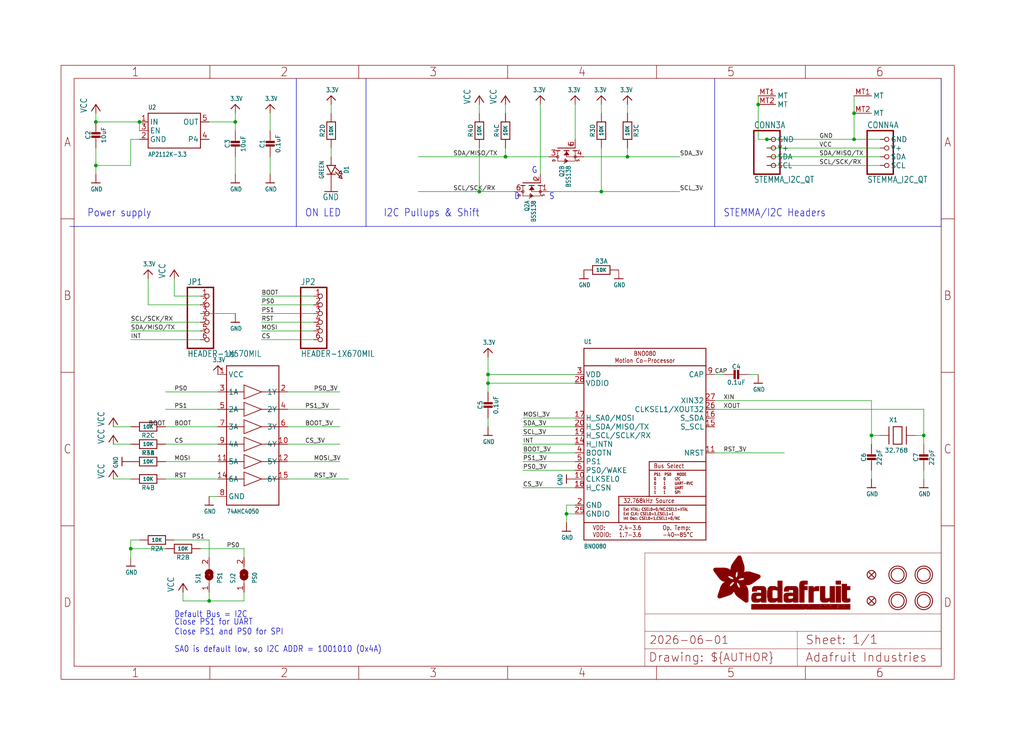
<source format=kicad_sch>
(kicad_sch (version 20250114) (generator "eeschema") (generator_version "9.0")
  (paper "User" 298.45 217.322)
  (lib_symbols
    (symbol "imu-eagle-import:3.3V" (power)
      (symbol "3.3V_1_0"
        (pin power_in line (at 0 -2.54 90) (length 2.54) (name "3.3V") (number "1"))
      )
    )
    (symbol "imu-eagle-import:74HC4050DTSSOP"
      (property "Reference" "U" (at -7.62 22.86 0))
      (symbol "74HC4050DTSSOP_1_0"
        (pin bidirectional line (at -10.16 17.78 0) (length 2.54) (name "VCC") (number "1"))
        (pin bidirectional line (at -10.16 12.7 0) (length 2.54) (name "1A") (number "3"))
        (pin bidirectional line (at -10.16 7.62 0) (length 2.54) (name "2A") (number "5"))
        (pin bidirectional line (at -10.16 2.54 0) (length 2.54) (name "3A") (number "7"))
        (pin bidirectional line (at -10.16 -2.54 0) (length 2.54) (name "4A") (number "9"))
        (pin bidirectional line (at -10.16 -7.62 0) (length 2.54) (name "5A") (number "11"))
        (pin bidirectional line (at -10.16 -12.7 0) (length 2.54) (name "6A") (number "14"))
        (pin bidirectional line (at -10.16 -17.78 0) (length 2.54) (name "GND") (number "8"))
        (pin bidirectional line (at 10.16 12.7 180) (length 2.54) (name "1Y") (number "2"))
        (pin bidirectional line (at 10.16 7.62 180) (length 2.54) (name "2Y") (number "4"))
        (pin bidirectional line (at 10.16 2.54 180) (length 2.54) (name "3Y") (number "6"))
        (pin bidirectional line (at 10.16 -2.54 180) (length 2.54) (name "4Y") (number "10"))
        (pin bidirectional line (at 10.16 -7.62 180) (length 2.54) (name "5Y") (number "12"))
        (pin bidirectional line (at 10.16 -12.7 180) (length 2.54) (name "6Y") (number "15"))
      )
    )
    (symbol "imu-eagle-import:BNO080"
      (property "Reference" "U" (at -17.78 29.21 0))
      (symbol "BNO080_1_0"
        (text "VDD:\nVDDIO:" (at -15.24 -25.4 0) (effects (font (size 1.27 1.0795)) (justify left)))
        (text "2.4-3.6\n1.7-3.6" (at -7.62 -25.4 0) (effects (font (size 1.27 1.0795)) (justify left)))
        (text "32.768kHz Source" (at -6.35 -16.51 0) (effects (font (size 1.27 1.0795)) (justify left)))
        (text "Ext XTAL: CSEL0=0/NC,CSEL1=XTAL\nExt CLK: CSEL0=1,CSEL1=1\nInt Osc: CSEL0=1,CSEL1=0/NC" (at -6.35 -20.32 0) (effects (font (size 0.8128 0.6908)) (justify left)))
        (text "BNO080\nMotion Co-Processor" (at 0 25.4 0) (effects (font (size 1.27 1.0795))))
        (text "Bus Select" (at 2.54 -6.35 0) (effects (font (size 1.27 1.0795)) (justify left)))
        (text "PS1  PS0   MODE\n0    0     I2C\n0    1     UART-RVC\n1    0     UART\n1    1     SPI" (at 2.54 -11.43 0) (effects (font (size 0.8128 0.6908)) (justify left)))
        (text "Op. Temp:\n-40~~85°C" (at 5.08 -25.4 0) (effects (font (size 1.27 1.0795)) (justify left)))
        (pin power_in line (at -20.32 20.32 0) (length 2.54) (name "VDD") (number "3"))
        (pin power_in line (at -20.32 17.78 0) (length 2.54) (name "VDDIO") (number "28"))
        (pin output line (at -20.32 7.62 0) (length 2.54) (name "H_SA0/MOSI") (number "17"))
        (pin bidirectional line (at -20.32 5.08 0) (length 2.54) (name "H_SDA/MISO/TX") (number "20"))
        (pin bidirectional line (at -20.32 2.54 0) (length 2.54) (name "H_SCL/SCLK/RX") (number "19"))
        (pin output line (at -20.32 0 0) (length 2.54) (name "H_INTN") (number "14"))
        (pin input line (at -20.32 -2.54 0) (length 2.54) (name "BOOTN") (number "4"))
        (pin input line (at -20.32 -5.08 0) (length 2.54) (name "PS1") (number "5"))
        (pin input line (at -20.32 -7.62 0) (length 2.54) (name "PS0/WAKE") (number "6"))
        (pin input line (at -20.32 -10.16 0) (length 2.54) (name "CLKSEL0") (number "10"))
        (pin input line (at -20.32 -12.7 0) (length 2.54) (name "H_CSN") (number "18"))
        (pin power_in line (at -20.32 -17.78 0) (length 2.54) (name "GND") (number "2"))
        (pin power_in line (at -20.32 -20.32 0) (length 2.54) (name "GNDIO") (number "25"))
        (pin passive line (at 20.32 20.32 180) (length 2.54) (name "CAP") (number "9"))
        (pin input line (at 20.32 12.7 180) (length 2.54) (name "XIN32") (number "27"))
        (pin output line (at 20.32 10.16 180) (length 2.54) (name "CLKSEL1/XOUT32") (number "26"))
        (pin bidirectional line (at 20.32 7.62 180) (length 2.54) (name "S_SDA") (number "16"))
        (pin bidirectional line (at 20.32 5.08 180) (length 2.54) (name "S_SCL") (number "15"))
        (pin input line (at 20.32 -2.54 180) (length 2.54) (name "NRST") (number "11"))
      )
    )
    (symbol "imu-eagle-import:CAP_CERAMIC0603_NO"
      (property "Reference" "C" (at -2.29 1.25 90))
      (symbol "CAP_CERAMIC0603_NO_1_0"
        (pin passive line (at 0 5.08 270) (length 2.54) (name "1") (number "1"))
        (pin passive line (at 0 -2.54 90) (length 2.54) (name "2") (number "2"))
      )
    )
    (symbol "imu-eagle-import:CAP_CERAMIC0805-NOOUTLINE"
      (property "Reference" "C" (at -2.29 1.25 90))
      (symbol "CAP_CERAMIC0805-NOOUTLINE_1_0"
        (pin passive line (at 0 5.08 270) (length 2.54) (name "1") (number "1"))
        (pin passive line (at 0 -2.54 90) (length 2.54) (name "2") (number "2"))
      )
    )
    (symbol "imu-eagle-import:FIDUCIAL_1MM")
    (symbol "imu-eagle-import:FRAME_A4_ADAFRUIT"
      (symbol "FRAME_A4_ADAFRUIT_1_0"
        (text "A" (at 1.905 156.6863 0) (effects (font (size 2.54 2.286))))
        (text "B" (at 1.905 111.9188 0) (effects (font (size 2.54 2.286))))
        (text "C" (at 1.905 67.1513 0) (effects (font (size 2.54 2.286))))
        (text "D" (at 1.905 22.3838 0) (effects (font (size 2.54 2.286))))
        (text "1" (at 21.6958 177.165 0) (effects (font (size 2.54 2.286))))
        (text "1" (at 21.6958 1.905 0) (effects (font (size 2.54 2.286))))
        (text "2" (at 65.0875 177.165 0) (effects (font (size 2.54 2.286))))
        (text "2" (at 65.0875 1.905 0) (effects (font (size 2.54 2.286))))
        (text "3" (at 108.4792 177.165 0) (effects (font (size 2.54 2.286))))
        (text "3" (at 108.4792 1.905 0) (effects (font (size 2.54 2.286))))
        (text "4" (at 151.8708 177.165 0) (effects (font (size 2.54 2.286))))
        (text "4" (at 151.8708 1.905 0) (effects (font (size 2.54 2.286))))
        (text "Drawing:" (at 171.196 4.953 0) (effects (font (size 2.54 2.54)) (justify left bottom)))
        (text "${PROJECTNAME}" (at 171.45 15.24 0) (effects (font (size 2.54 2.54)) (justify left bottom)))
        (text "${CURRENT_DATE}" (at 171.45 10.16 0) (effects (font (size 2.286 2.286)) (justify left bottom)))
        (text "${AUTHOR}" (at 189.23 5.08 0) (effects (font (size 2.286 2.286)) (justify left bottom)))
        (text "5" (at 195.2625 177.165 0) (effects (font (size 2.54 2.286))))
        (text "5" (at 195.2625 1.905 0) (effects (font (size 2.54 2.286))))
        (text "Sheet:" (at 216.916 10.033 0) (effects (font (size 2.54 2.54)) (justify left bottom)))
        (text "Adafruit Industries" (at 216.916 4.953 0) (effects (font (size 2.54 2.54)) (justify left bottom)))
        (text "${#}/${##}" (at 230.505 10.16 0) (effects (font (size 2.54 2.54)) (justify left bottom)))
        (text "6" (at 238.6542 177.165 0) (effects (font (size 2.54 2.286))))
        (text "6" (at 238.6542 1.905 0) (effects (font (size 2.54 2.286))))
        (text "A" (at 258.445 156.6863 0) (effects (font (size 2.54 2.286))))
        (text "B" (at 258.445 111.9188 0) (effects (font (size 2.54 2.286))))
        (text "C" (at 258.445 67.1513 0) (effects (font (size 2.54 2.286))))
        (text "D" (at 258.445 22.3838 0) (effects (font (size 2.54 2.286))))
      )
    )
    (symbol "imu-eagle-import:GND" (power)
      (symbol "GND_1_0"
        (pin power_in line (at 0 2.54 270) (length 2.54) (name "GND") (number "1"))
      )
    )
    (symbol "imu-eagle-import:HEADER-1X670MIL"
      (property "Reference" "JP" (at -6.35 10.795 0))
      (symbol "HEADER-1X670MIL_1_0"
        (pin passive inverted (at -2.54 7.62 0) (length 2.54) (name "1") (number "1"))
        (pin passive inverted (at -2.54 5.08 0) (length 2.54) (name "2") (number "2"))
        (pin passive inverted (at -2.54 2.54 0) (length 2.54) (name "3") (number "3"))
        (pin passive inverted (at -2.54 0 0) (length 2.54) (name "4") (number "4"))
        (pin passive inverted (at -2.54 -2.54 0) (length 2.54) (name "5") (number "5"))
        (pin passive inverted (at -2.54 -5.08 0) (length 2.54) (name "6") (number "6"))
      )
    )
    (symbol "imu-eagle-import:LED0603_NOOUTLINE"
      (property "Reference" "D" (at -1.27 4.445 0))
      (symbol "LED0603_NOOUTLINE_1_0"
        (pin passive line (at -5.08 0 0) (length 2.54) (name "A") (number "A"))
        (pin passive line (at 2.54 0 180) (length 2.54) (name "C") (number "C"))
      )
    )
    (symbol "imu-eagle-import:MOSFET-N_DUAL"
      (property "Reference" "Q" (at 5.08 0.635 0))
      (symbol "MOSFET-N_DUAL_1_0"
        (text "G" (at -1.27 -1.905 0) (effects (font (size 0.8128 0.6908)) (justify left bottom)))
        (text "D" (at 3.175 3.175 0) (effects (font (size 0.8128 0.6908)) (justify left bottom)))
        (text "S" (at 3.175 -3.81 0) (effects (font (size 0.8128 0.6908)) (justify left bottom)))
        (pin bidirectional line (at -2.54 -2.54 0) (length 2.54) (name "G") (number "2"))
        (pin bidirectional line (at 2.54 5.08 270) (length 2.54) (name "D") (number "6"))
        (pin bidirectional line (at 2.54 -5.08 90) (length 2.54) (name "S") (number "1"))
      )
      (symbol "MOSFET-N_DUAL_2_0"
        (text "G" (at -1.27 -1.905 0) (effects (font (size 0.8128 0.6908)) (justify left bottom)))
        (text "D" (at 3.175 3.175 0) (effects (font (size 0.8128 0.6908)) (justify left bottom)))
        (text "S" (at 3.175 -3.81 0) (effects (font (size 0.8128 0.6908)) (justify left bottom)))
        (pin bidirectional line (at -2.54 -2.54 0) (length 2.54) (name "G") (number "5"))
        (pin bidirectional line (at 2.54 5.08 270) (length 2.54) (name "D") (number "3"))
        (pin bidirectional line (at 2.54 -5.08 90) (length 2.54) (name "S") (number "4"))
      )
    )
    (symbol "imu-eagle-import:MOUNTINGHOLE2.5")
    (symbol "imu-eagle-import:RESISTOR_4PACK"
      (property "Reference" "R" (at 0 2.54 0))
      (symbol "RESISTOR_4PACK_1_0"
        (pin passive line (at -5.08 0 0) (length 2.54) (name "1") (number "1"))
        (pin passive line (at 5.08 0 180) (length 2.54) (name "2") (number "8"))
      )
      (symbol "RESISTOR_4PACK_2_0"
        (pin passive line (at -5.08 0 0) (length 2.54) (name "1") (number "2"))
        (pin passive line (at 5.08 0 180) (length 2.54) (name "2") (number "7"))
      )
      (symbol "RESISTOR_4PACK_3_0"
        (pin passive line (at -5.08 0 0) (length 2.54) (name "1") (number "3"))
        (pin passive line (at 5.08 0 180) (length 2.54) (name "2") (number "6"))
      )
      (symbol "RESISTOR_4PACK_4_0"
        (pin passive line (at -5.08 0 0) (length 2.54) (name "1") (number "4"))
        (pin passive line (at 5.08 0 180) (length 2.54) (name "2") (number "5"))
      )
    )
    (symbol "imu-eagle-import:SOLDERJUMPER"
      (property "Reference" "SJ" (at -2.54 2.54 0))
      (symbol "SOLDERJUMPER_1_0"
        (pin passive line (at -5.08 0 0) (length 2.54) (name "1") (number "1"))
        (pin passive line (at 5.08 0 180) (length 2.54) (name "2") (number "2"))
      )
    )
    (symbol "imu-eagle-import:STEMMA_I2C_QT"
      (symbol "STEMMA_I2C_QT_1_0"
        (pin passive inverted (at 0 5.08 0) (length 2.54) (name "GND") (number "1"))
        (pin passive inverted (at 0 2.54 0) (length 2.54) (name "V+") (number "2"))
        (pin passive inverted (at 0 0 0) (length 2.54) (name "SDA") (number "3"))
        (pin passive inverted (at 0 -2.54 0) (length 2.54) (name "SCL") (number "4"))
      )
      (symbol "STEMMA_I2C_QT_2_0"
        (pin bidirectional line (at 0 0 0) (length 5.08) (name "MT") (number "MT1"))
      )
      (symbol "STEMMA_I2C_QT_3_0"
        (pin bidirectional line (at 0 0 0) (length 5.08) (name "MT") (number "MT2"))
      )
    )
    (symbol "imu-eagle-import:VCC" (power)
      (symbol "VCC_1_0"
        (pin power_in line (at 0 -2.54 90) (length 2.54) (name "VCC") (number "1"))
      )
    )
    (symbol "imu-eagle-import:VREG_SOT23-5"
      (property "Reference" "U" (at -7.62 6.096 0))
      (symbol "VREG_SOT23-5_1_0"
        (pin power_in line (at -10.16 2.54 0) (length 2.54) (name "IN") (number "1"))
        (pin input line (at -10.16 0 0) (length 2.54) (name "EN") (number "3"))
        (pin power_in line (at -10.16 -2.54 0) (length 2.54) (name "GND") (number "2"))
        (pin power_in line (at 10.16 2.54 180) (length 2.54) (name "OUT") (number "5"))
        (pin bidirectional line (at 10.16 -2.54 180) (length 2.54) (name "P4") (number "4"))
      )
    )
    (symbol "imu-eagle-import:XTAL-3.2X1.5"
      (property "Reference" "X" (at -2.54 3.81 0))
      (symbol "XTAL-3.2X1.5_1_0"
        (pin bidirectional line (at -5.08 0 0) (length 2.54) (name "P$1") (number "P$1"))
        (pin bidirectional line (at 5.08 0 180) (length 2.54) (name "P$2") (number "P$2"))
      )
    )
    (symbol "imu-eagle-import:supply1_371_GND" (power)
      (symbol "supply1_371_GND_1_0"
        (pin power_in line (at 0 2.54 270) (length 2.54) (name "GND") (number "1"))
      )
    )
  )
  (text "SA0 is default low, so I2C ADDR = 1001010 (0x4A)" (at 50.8 190.5 0) (effects (font (size 1.778 1.5113)) (justify left bottom)))
  (text "G" (at 154.94 50.8 0) (effects (font (size 1.778 1.5113)) (justify left bottom)))
  (text "Default Bus = I2C" (at 50.8 180.34 0) (effects (font (size 1.778 1.5113)) (justify left bottom)))
  (text "STEMMA/I2C Headers" (at 210.82 63.5 0) (effects (font (size 2.1844 1.8567)) (justify left bottom)))
  (text "I2C Pullups & Shift" (at 111.76 63.5 0) (effects (font (size 2.1844 1.8567)) (justify left bottom)))
  (text "Power supply" (at 25.4 63.5 0) (effects (font (size 2.1844 1.8567)) (justify left bottom)))
  (text "S" (at 160.02 58.42 0) (effects (font (size 1.778 1.5113)) (justify left bottom)))
  (text "ON LED" (at 88.9 63.5 0) (effects (font (size 2.1844 1.8567)) (justify left bottom)))
  (text "D" (at 149.86 58.42 0) (effects (font (size 1.778 1.5113)) (justify left bottom)))
  (text "Close PS1 for UART\nClose PS1 and PS0 for SPI" (at 50.8 185.42 0) (effects (font (size 1.778 1.5113)) (justify left bottom)))
  (junction (at 254 127))
  (junction (at 182.88 45.72))
  (junction (at 142.24 109.22))
  (junction (at 60.96 175.26))
  (junction (at 165.1 149.86))
  (junction (at 142.24 111.76))
  (junction (at 147.32 45.72))
  (junction (at 223.52 40.64))
  (junction (at 220.98 30.48))
  (junction (at 269.24 127))
  (junction (at 175.26 55.88))
  (junction (at 40.64 35.56))
  (junction (at 248.92 40.64))
  (junction (at 139.7 55.88))
  (junction (at 248.92 33.02))
  (junction (at 27.94 48.26))
  (junction (at 38.1 160.02))
  (junction (at 68.58 35.56))
  (junction (at 27.94 35.56))
  (wire (pts (xy 27.94 48.26) (xy 27.94 50.8)) (stroke (width 0.1524)))
  (wire (pts (xy 58.42 86.36) (xy 50.8 86.36)) (stroke (width 0.1524)))
  (wire (pts (xy 63.5 134.62) (xy 48.26 134.62)) (stroke (width 0.1524)))
  (wire (pts (xy 60.96 175.26) (xy 53.34 175.26)) (stroke (width 0.1524)))
  (wire (pts (xy 58.42 88.9) (xy 43.18 88.9)) (stroke (width 0.1524)))
  (wire (pts (xy 160.02 45.72) (xy 147.32 45.72)) (stroke (width 0.1524)))
  (wire (pts (xy 269.24 119.38) (xy 269.24 127)) (stroke (width 0.1524)))
  (wire (pts (xy 175.26 33.02) (xy 175.26 30.48)) (stroke (width 0.1524)))
  (wire (pts (xy 256.54 127) (xy 254 127)) (stroke (width 0.1524)))
  (polyline (pts (xy 86.36 22.86) (xy 86.36 66.04)) (stroke (width 0.1524) (type solid)))
  (wire (pts (xy 208.28 109.22) (xy 210.82 109.22)) (stroke (width 0.1524)))
  (wire (pts (xy 220.98 27.94) (xy 220.98 30.48)) (stroke (width 0.1524)))
  (wire (pts (xy 139.7 43.18) (xy 139.7 55.88)) (stroke (width 0.1524)))
  (wire (pts (xy 142.24 114.3) (xy 142.24 111.76)) (stroke (width 0.1524)))
  (wire (pts (xy 142.24 121.92) (xy 142.24 124.46)) (stroke (width 0.1524)))
  (wire (pts (xy 182.88 45.72) (xy 198.12 45.72)) (stroke (width 0.1524)))
  (wire (pts (xy 38.1 157.48) (xy 40.64 157.48)) (stroke (width 0.1524)))
  (wire (pts (xy 167.64 142.24) (xy 152.4 142.24)) (stroke (width 0.1524)))
  (wire (pts (xy 208.28 119.38) (xy 269.24 119.38)) (stroke (width 0.1524)))
  (wire (pts (xy 167.64 147.32) (xy 165.1 147.32)) (stroke (width 0.1524)))
  (wire (pts (xy 269.24 127) (xy 269.24 129.54)) (stroke (width 0.1524)))
  (wire (pts (xy 48.26 160.02) (xy 38.1 160.02)) (stroke (width 0.1524)))
  (wire (pts (xy 157.48 50.8) (xy 157.48 30.48)) (stroke (width 0.1524)))
  (wire (pts (xy 63.5 144.78) (xy 60.96 144.78)) (stroke (width 0.1524)))
  (wire (pts (xy 167.64 111.76) (xy 142.24 111.76)) (stroke (width 0.1524)))
  (wire (pts (xy 167.64 40.64) (xy 167.64 30.48)) (stroke (width 0.1524)))
  (wire (pts (xy 68.58 45.72) (xy 68.58 50.8)) (stroke (width 0.1524)))
  (wire (pts (xy 63.5 119.38) (xy 48.26 119.38)) (stroke (width 0.1524)))
  (wire (pts (xy 91.44 88.9) (xy 76.2 88.9)) (stroke (width 0.1524)))
  (wire (pts (xy 48.26 139.7) (xy 63.5 139.7)) (stroke (width 0.1524)))
  (wire (pts (xy 182.88 33.02) (xy 182.88 30.48)) (stroke (width 0.1524)))
  (wire (pts (xy 91.44 93.98) (xy 76.2 93.98)) (stroke (width 0.1524)))
  (wire (pts (xy 38.1 160.02) (xy 38.1 162.56)) (stroke (width 0.1524)))
  (wire (pts (xy 269.24 137.16) (xy 269.24 139.7)) (stroke (width 0.1524)))
  (wire (pts (xy 208.28 116.84) (xy 254 116.84)) (stroke (width 0.1524)))
  (wire (pts (xy 71.12 160.02) (xy 71.12 162.56)) (stroke (width 0.1524)))
  (wire (pts (xy 68.58 35.56) (xy 68.58 38.1)) (stroke (width 0.1524)))
  (wire (pts (xy 40.64 35.56) (xy 27.94 35.56)) (stroke (width 0.1524)))
  (wire (pts (xy 165.1 147.32) (xy 165.1 149.86)) (stroke (width 0.1524)))
  (wire (pts (xy 266.7 127) (xy 269.24 127)) (stroke (width 0.1524)))
  (wire (pts (xy 58.42 93.98) (xy 38.1 93.98)) (stroke (width 0.1524)))
  (wire (pts (xy 43.18 88.9) (xy 43.18 81.28)) (stroke (width 0.1524)))
  (wire (pts (xy 248.92 27.94) (xy 248.92 33.02)) (stroke (width 0.1524)))
  (wire (pts (xy 50.8 86.36) (xy 50.8 81.28)) (stroke (width 0.1524)))
  (wire (pts (xy 60.96 157.48) (xy 60.96 162.56)) (stroke (width 0.1524)))
  (polyline (pts (xy 208.28 66.04) (xy 274.32 66.04)) (stroke (width 0.1524) (type solid)))
  (wire (pts (xy 208.28 132.08) (xy 228.6 132.08)) (stroke (width 0.1524)))
  (wire (pts (xy 83.82 134.62) (xy 99.06 134.62)) (stroke (width 0.1524)))
  (wire (pts (xy 175.26 43.18) (xy 175.26 55.88)) (stroke (width 0.1524)))
  (wire (pts (xy 71.12 172.72) (xy 71.12 175.26)) (stroke (width 0.1524)))
  (wire (pts (xy 99.06 119.38) (xy 83.82 119.38)) (stroke (width 0.1524)))
  (wire (pts (xy 91.44 99.06) (xy 76.2 99.06)) (stroke (width 0.1524)))
  (wire (pts (xy 40.64 40.64) (xy 38.1 40.64)) (stroke (width 0.1524)))
  (wire (pts (xy 165.1 149.86) (xy 165.1 152.4)) (stroke (width 0.1524)))
  (wire (pts (xy 175.26 55.88) (xy 198.12 55.88)) (stroke (width 0.1524)))
  (wire (pts (xy 63.5 124.46) (xy 48.26 124.46)) (stroke (width 0.1524)))
  (wire (pts (xy 167.64 132.08) (xy 152.4 132.08)) (stroke (width 0.1524)))
  (polyline (pts (xy 86.36 66.04) (xy 106.68 66.04)) (stroke (width 0.1524) (type solid)))
  (wire (pts (xy 147.32 33.02) (xy 147.32 30.48)) (stroke (width 0.1524)))
  (wire (pts (xy 58.42 160.02) (xy 71.12 160.02)) (stroke (width 0.1524)))
  (wire (pts (xy 167.64 134.62) (xy 152.4 134.62)) (stroke (width 0.1524)))
  (wire (pts (xy 27.94 33.02) (xy 27.94 35.56)) (stroke (width 0.1524)))
  (wire (pts (xy 91.44 96.52) (xy 76.2 96.52)) (stroke (width 0.1524)))
  (wire (pts (xy 170.18 45.72) (xy 182.88 45.72)) (stroke (width 0.1524)))
  (wire (pts (xy 48.26 129.54) (xy 63.5 129.54)) (stroke (width 0.1524)))
  (polyline (pts (xy 106.68 66.04) (xy 208.28 66.04)) (stroke (width 0.1524) (type solid)))
  (wire (pts (xy 50.8 157.48) (xy 60.96 157.48)) (stroke (width 0.1524)))
  (wire (pts (xy 27.94 48.26) (xy 27.94 43.18)) (stroke (width 0.1524)))
  (wire (pts (xy 167.64 127) (xy 152.4 127)) (stroke (width 0.1524)))
  (wire (pts (xy 38.1 40.64) (xy 38.1 48.26)) (stroke (width 0.1524)))
  (wire (pts (xy 58.42 96.52) (xy 38.1 96.52)) (stroke (width 0.1524)))
  (wire (pts (xy 33.02 139.7) (xy 38.1 139.7)) (stroke (width 0.1524)))
  (wire (pts (xy 139.7 30.48) (xy 139.7 33.02)) (stroke (width 0.1524)))
  (wire (pts (xy 33.02 124.46) (xy 38.1 124.46)) (stroke (width 0.1524)))
  (polyline (pts (xy 106.68 22.86) (xy 106.68 66.04)) (stroke (width 0.1524) (type solid)))
  (wire (pts (xy 83.82 139.7) (xy 101.6 139.7)) (stroke (width 0.1524)))
  (wire (pts (xy 167.64 149.86) (xy 165.1 149.86)) (stroke (width 0.1524)))
  (wire (pts (xy 40.64 38.1) (xy 40.64 35.56)) (stroke (width 0.1524)))
  (wire (pts (xy 83.82 129.54) (xy 99.06 129.54)) (stroke (width 0.1524)))
  (wire (pts (xy 96.52 30.48) (xy 96.52 33.02)) (stroke (width 0.1524)))
  (polyline (pts (xy 208.28 22.86) (xy 208.28 66.04)) (stroke (width 0.1524) (type solid)))
  (wire (pts (xy 63.5 114.3) (xy 48.26 114.3)) (stroke (width 0.1524)))
  (wire (pts (xy 167.64 129.54) (xy 152.4 129.54)) (stroke (width 0.1524)))
  (wire (pts (xy 220.98 30.48) (xy 220.98 40.64)) (stroke (width 0.1524)))
  (wire (pts (xy 83.82 124.46) (xy 99.06 124.46)) (stroke (width 0.1524)))
  (polyline (pts (xy 274.32 22.86) (xy 274.32 66.04)) (stroke (width 0.1524) (type solid)))
  (wire (pts (xy 254 127) (xy 254 129.54)) (stroke (width 0.1524)))
  (wire (pts (xy 160.02 55.88) (xy 175.26 55.88)) (stroke (width 0.1524)))
  (wire (pts (xy 248.92 40.64) (xy 223.52 40.64)) (stroke (width 0.1524)))
  (wire (pts (xy 254 116.84) (xy 254 127)) (stroke (width 0.1524)))
  (wire (pts (xy 139.7 55.88) (xy 121.92 55.88)) (stroke (width 0.1524)))
  (wire (pts (xy 142.24 111.76) (xy 142.24 109.22)) (stroke (width 0.1524)))
  (wire (pts (xy 167.64 124.46) (xy 152.4 124.46)) (stroke (width 0.1524)))
  (wire (pts (xy 220.98 40.64) (xy 223.52 40.64)) (stroke (width 0.1524)))
  (wire (pts (xy 167.64 109.22) (xy 142.24 109.22)) (stroke (width 0.1524)))
  (wire (pts (xy 256.54 40.64) (xy 248.92 40.64)) (stroke (width 0.1524)))
  (wire (pts (xy 254 137.16) (xy 254 139.7)) (stroke (width 0.1524)))
  (wire (pts (xy 78.74 33.02) (xy 78.74 38.1)) (stroke (width 0.1524)))
  (wire (pts (xy 38.1 157.48) (xy 38.1 160.02)) (stroke (width 0.1524)))
  (wire (pts (xy 91.44 91.44) (xy 76.2 91.44)) (stroke (width 0.1524)))
  (polyline (pts (xy 20.32 66.04) (xy 86.36 66.04)) (stroke (width 0.1524) (type solid)))
  (wire (pts (xy 256.54 45.72) (xy 223.52 45.72)) (stroke (width 0.1524)))
  (wire (pts (xy 223.52 48.26) (xy 256.54 48.26)) (stroke (width 0.1524)))
  (wire (pts (xy 96.52 45.72) (xy 96.52 43.18)) (stroke (width 0.1524)))
  (wire (pts (xy 58.42 91.44) (xy 68.58 91.44)) (stroke (width 0.1524)))
  (wire (pts (xy 167.64 121.92) (xy 152.4 121.92)) (stroke (width 0.1524)))
  (wire (pts (xy 68.58 35.56) (xy 68.58 33.02)) (stroke (width 0.1524)))
  (wire (pts (xy 38.1 48.26) (xy 27.94 48.26)) (stroke (width 0.1524)))
  (wire (pts (xy 78.74 45.72) (xy 78.74 50.8)) (stroke (width 0.1524)))
  (wire (pts (xy 58.42 99.06) (xy 38.1 99.06)) (stroke (width 0.1524)))
  (wire (pts (xy 147.32 43.18) (xy 147.32 45.72)) (stroke (width 0.1524)))
  (wire (pts (xy 83.82 114.3) (xy 99.06 114.3)) (stroke (width 0.1524)))
  (wire (pts (xy 142.24 109.22) (xy 142.24 104.14)) (stroke (width 0.1524)))
  (wire (pts (xy 60.96 172.72) (xy 60.96 175.26)) (stroke (width 0.1524)))
  (wire (pts (xy 91.44 86.36) (xy 76.2 86.36)) (stroke (width 0.1524)))
  (wire (pts (xy 33.02 129.54) (xy 38.1 129.54)) (stroke (width 0.1524)))
  (wire (pts (xy 218.44 109.22) (xy 220.98 109.22)) (stroke (width 0.1524)))
  (wire (pts (xy 152.4 137.16) (xy 167.64 137.16)) (stroke (width 0.1524)))
  (wire (pts (xy 147.32 45.72) (xy 121.92 45.72)) (stroke (width 0.1524)))
  (wire (pts (xy 71.12 175.26) (xy 60.96 175.26)) (stroke (width 0.1524)))
  (wire (pts (xy 149.86 55.88) (xy 139.7 55.88)) (stroke (width 0.1524)))
  (wire (pts (xy 60.96 35.56) (xy 68.58 35.56)) (stroke (width 0.1524)))
  (wire (pts (xy 223.52 43.18) (xy 256.54 43.18)) (stroke (width 0.1524)))
  (wire (pts (xy 53.34 175.26) (xy 53.34 172.72)) (stroke (width 0.1524)))
  (wire (pts (xy 182.88 43.18) (xy 182.88 45.72)) (stroke (width 0.1524)))
  (wire (pts (xy 248.92 33.02) (xy 248.92 40.64)) (stroke (width 0.1524)))
  (label "XOUT" (at 210.82 119.38 0) (effects (font (size 1.2446 1.2446))))
  (label "PS0_3V" (at 152.4 137.16 0) (effects (font (size 1.2446 1.2446))))
  (label "SDA/MISO/TX" (at 238.76 45.72 0) (effects (font (size 1.2446 1.2446))))
  (label "GND" (at 238.76 40.64 0) (effects (font (size 1.2446 1.2446))))
  (label "PS1" (at 76.2 91.44 0) (effects (font (size 1.2446 1.2446))))
  (label "PS0_3V" (at 91.44 114.3 0) (effects (font (size 1.2446 1.2446))))
  (label "BOOT" (at 50.8 124.46 0) (effects (font (size 1.2446 1.2446))))
  (label "INT" (at 152.4 129.54 0) (effects (font (size 1.2446 1.2446))))
  (label "CS" (at 76.2 99.06 0) (effects (font (size 1.2446 1.2446))))
  (label "RST" (at 76.2 93.98 0) (effects (font (size 1.2446 1.2446))))
  (label "CS_3V" (at 152.4 142.24 0) (effects (font (size 1.2446 1.2446))))
  (label "BOOT" (at 48.26 124.46 180) (effects (font (size 1.2446 1.2446))))
  (label "PS1_3V" (at 88.9 119.38 0) (effects (font (size 1.2446 1.2446))))
  (label "SDA/MISO/TX" (at 132.08 45.72 0) (effects (font (size 1.2446 1.2446))))
  (label "SCL/SCK/RX" (at 238.76 48.26 0) (effects (font (size 1.2446 1.2446))))
  (label "PS0" (at 50.8 114.3 0) (effects (font (size 1.2446 1.2446))))
  (label "PS1" (at 55.88 157.48 0) (effects (font (size 1.2446 1.2446))))
  (label "MOSI_3V" (at 91.44 134.62 0) (effects (font (size 1.2446 1.2446))))
  (label "PS0" (at 66.04 160.02 0) (effects (font (size 1.2446 1.2446))))
  (label "MOSI" (at 76.2 96.52 0) (effects (font (size 1.2446 1.2446))))
  (label "SDA_3V" (at 198.12 45.72 0) (effects (font (size 1.2446 1.2446))))
  (label "RST" (at 50.8 139.7 0) (effects (font (size 1.2446 1.2446))))
  (label "CS" (at 50.8 129.54 0) (effects (font (size 1.2446 1.2446))))
  (label "PS1_3V" (at 152.4 134.62 0) (effects (font (size 1.2446 1.2446))))
  (label "RST_3V" (at 210.82 132.08 0) (effects (font (size 1.2446 1.2446))))
  (label "SCL_3V" (at 152.4 127 0) (effects (font (size 1.2446 1.2446))))
  (label "BOOT_3V" (at 152.4 132.08 0) (effects (font (size 1.2446 1.2446))))
  (label "MOSI_3V" (at 152.4 121.92 0) (effects (font (size 1.2446 1.2446))))
  (label "SDA/MISO/TX" (at 38.1 96.52 0) (effects (font (size 1.2446 1.2446))))
  (label "BOOT" (at 76.2 86.36 0) (effects (font (size 1.2446 1.2446))))
  (label "PS1" (at 50.8 119.38 0) (effects (font (size 1.2446 1.2446))))
  (label "RST_3V" (at 91.44 139.7 0) (effects (font (size 1.2446 1.2446))))
  (label "SCL/SCK/RX" (at 38.1 93.98 0) (effects (font (size 1.2446 1.2446))))
  (label "SCL_3V" (at 198.12 55.88 0) (effects (font (size 1.2446 1.2446))))
  (label "XIN" (at 210.82 116.84 0) (effects (font (size 1.2446 1.2446))))
  (label "BOOT_3V" (at 88.9 124.46 0) (effects (font (size 1.2446 1.2446))))
  (label "SCL/SCK/RX" (at 132.08 55.88 0) (effects (font (size 1.2446 1.2446))))
  (label "MOSI" (at 50.8 134.62 0) (effects (font (size 1.2446 1.2446))))
  (label "INT" (at 38.1 99.06 0) (effects (font (size 1.2446 1.2446))))
  (label "VCC" (at 238.76 43.18 0) (effects (font (size 1.2446 1.2446))))
  (label "CAP" (at 208.28 109.22 0) (effects (font (size 1.2446 1.2446))))
  (label "PS0" (at 76.2 88.9 0) (effects (font (size 1.2446 1.2446))))
  (label "CS_3V" (at 88.9 129.54 0) (effects (font (size 1.2446 1.2446))))
  (label "SDA_3V" (at 152.4 124.46 0) (effects (font (size 1.2446 1.2446))))
  (symbol (lib_id "imu-eagle-import:GND") (at 165.1 139.7 270) (unit 1)
    (property "Reference" "#U$27" (effects (hide yes)))
    (property "Value" "GND" (at 162.56 138.176 0) (effects (font (size 1.27 1.0795)) (justify left bottom)))
  )
  (symbol (lib_id "imu-eagle-import:GND") (at 269.24 142.24 0) (unit 1)
    (property "Reference" "#U$9" (effects (hide yes)))
    (property "Value" "GND" (at 267.716 144.78 0) (effects (font (size 1.27 1.0795)) (justify left bottom)))
  )
  (symbol (lib_id "imu-eagle-import:VCC") (at 53.34 170.18 0) (unit 1)
    (property "Reference" "#P+8" (effects (hide yes)))
    (property "Value" "VCC" (at 50.8 172.72 90) (effects (font (size 1.778 1.5113)) (justify left bottom)))
  )
  (symbol (lib_id "imu-eagle-import:CAP_CERAMIC0603_NO") (at 142.24 119.38 0) (unit 1)
    (property "Reference" "C5" (at 139.95 118.13 90))
    (property "Value" "0.1uF" (at 144.54 118.13 90))
    (property "Footprint" "imu:0603-NO" (effects (hide yes)))
  )
  (symbol (lib_id "imu-eagle-import:GND") (at 220.98 111.76 0) (unit 1)
    (property "Reference" "#U$8" (effects (hide yes)))
    (property "Value" "GND" (at 219.456 114.3 0) (effects (font (size 1.27 1.0795)) (justify left bottom)))
  )
  (symbol (lib_id "imu-eagle-import:GND") (at 38.1 165.1 0) (unit 1)
    (property "Reference" "#U$28" (effects (hide yes)))
    (property "Value" "GND" (at 36.576 167.64 0) (effects (font (size 1.27 1.0795)) (justify left bottom)))
  )
  (symbol (lib_id "imu-eagle-import:GND") (at 27.94 53.34 0) (unit 1)
    (property "Reference" "#U$13" (effects (hide yes)))
    (property "Value" "GND" (at 26.416 55.88 0) (effects (font (size 1.27 1.0795)) (justify left bottom)))
  )
  (symbol (lib_id "imu-eagle-import:GND") (at 170.18 81.28 0) (unit 1)
    (property "Reference" "#U$33" (effects (hide yes)))
    (property "Value" "GND" (at 168.656 83.82 0) (effects (font (size 1.27 1.0795)) (justify left bottom)))
  )
  (symbol (lib_id "imu-eagle-import:3.3V") (at 167.64 27.94 0) (mirror y) (unit 1)
    (property "Reference" "#U$23" (effects (hide yes)))
    (property "Value" "3.3V" (at 169.164 26.924 0) (effects (font (size 1.27 1.0795)) (justify left bottom)))
  )
  (symbol (lib_id "imu-eagle-import:VCC") (at 33.02 127 0) (unit 1)
    (property "Reference" "#P+5" (effects (hide yes)))
    (property "Value" "VCC" (at 30.48 129.54 90) (effects (font (size 1.778 1.5113)) (justify left bottom)))
  )
  (symbol (lib_id "imu-eagle-import:3.3V") (at 68.58 30.48 0) (unit 1)
    (property "Reference" "#U$15" (effects (hide yes)))
    (property "Value" "3.3V" (at 67.056 29.464 0) (effects (font (size 1.27 1.0795)) (justify left bottom)))
  )
  (symbol (lib_id "imu-eagle-import:RESISTOR_4PACK") (at 43.18 134.62 0) (unit 2)
    (property "Reference" "R3" (at 43.18 132.08 0))
    (property "Value" "10K" (at 43.18 134.62 0) (effects (font (size 1.016 1.016) (thickness 0.2032) (bold yes))))
    (property "Footprint" "imu:RESPACK_4X0603" (effects (hide yes)))
  )
  (symbol (lib_id "imu-eagle-import:RESISTOR_4PACK") (at 175.26 38.1 90) (unit 4)
    (property "Reference" "R3" (at 172.72 38.1 0))
    (property "Value" "10K" (at 175.26 38.1 0) (effects (font (size 1.016 1.016) (thickness 0.2032) (bold yes))))
    (property "Footprint" "imu:RESPACK_4X0603" (effects (hide yes)))
  )
  (symbol (lib_id "imu-eagle-import:CAP_CERAMIC0603_NO") (at 213.36 109.22 270) (unit 1)
    (property "Reference" "C4" (at 214.61 106.93 90))
    (property "Value" "0.1uF" (at 214.61 111.52 90))
    (property "Footprint" "imu:0603-NO" (effects (hide yes)))
  )
  (symbol (lib_id "imu-eagle-import:VREG_SOT23-5") (at 50.8 38.1 0) (unit 1)
    (property "Reference" "U2" (at 43.18 32.004 0) (effects (font (size 1.27 1.0795)) (justify left bottom)))
    (property "Value" "AP2112K-3.3" (at 43.18 45.72 0) (effects (font (size 1.27 1.0795)) (justify left bottom)))
    (property "Footprint" "imu:SOT23-5" (effects (hide yes)))
  )
  (symbol (lib_id "imu-eagle-import:STEMMA_I2C_QT") (at 220.98 27.94 0) (unit 2)
    (property "Reference" "CONN3" (effects (hide yes)))
    (property "Value" "STEMMA_I2C_QT" (effects (hide yes)))
    (property "Footprint" "imu:JST_SH4" (effects (hide yes)))
  )
  (symbol (lib_id "imu-eagle-import:BNO080") (at 187.96 129.54 0) (unit 1)
    (property "Reference" "U1" (at 170.18 100.33 0) (effects (font (size 1.27 1.0795)) (justify left bottom)))
    (property "Value" "BNO080" (at 170.18 160.02 0) (effects (font (size 1.27 1.0795)) (justify left bottom)))
    (property "Footprint" "imu:BNO080" (effects (hide yes)))
  )
  (symbol (lib_id "imu-eagle-import:RESISTOR_4PACK") (at 45.72 157.48 180) (unit 1)
    (property "Reference" "R2" (at 45.72 160.02 0))
    (property "Value" "10K" (at 45.72 157.48 0) (effects (font (size 1.016 1.016) (thickness 0.2032) (bold yes))))
    (property "Footprint" "imu:RESPACK_4X0603" (effects (hide yes)))
  )
  (symbol (lib_id "imu-eagle-import:VCC") (at 139.7 27.94 0) (unit 1)
    (property "Reference" "#P+1" (effects (hide yes)))
    (property "Value" "VCC" (at 137.16 30.48 90) (effects (font (size 1.778 1.5113)) (justify left bottom)))
  )
  (symbol (lib_id "imu-eagle-import:STEMMA_I2C_QT") (at 223.52 45.72 0) (unit 1)
    (property "Reference" "CONN3" (at 219.71 37.465 0) (effects (font (size 1.778 1.5113)) (justify left bottom)))
    (property "Value" "STEMMA_I2C_QT" (at 219.71 53.34 0) (effects (font (size 1.778 1.5113)) (justify left bottom)))
    (property "Footprint" "imu:JST_SH4" (effects (hide yes)))
  )
  (symbol (lib_id "imu-eagle-import:74HC4050DTSSOP") (at 73.66 127 0) (unit 1)
    (property "Reference" "U3" (at 66.04 104.14 0) (effects (font (size 1.27 1.0795)) (justify left bottom)))
    (property "Value" "74AHC4050" (at 66.04 149.86 0) (effects (font (size 1.27 1.0795)) (justify left bottom)))
    (property "Footprint" "imu:TSSOP16" (effects (hide yes)))
  )
  (symbol (lib_id "imu-eagle-import:CAP_CERAMIC0603_NO") (at 78.74 43.18 0) (unit 1)
    (property "Reference" "C1" (at 76.45 41.93 90))
    (property "Value" "0.1uF" (at 81.04 41.93 90))
    (property "Footprint" "imu:0603-NO" (effects (hide yes)))
  )
  (symbol (lib_id "imu-eagle-import:LED0603_NOOUTLINE") (at 96.52 50.8 270) (unit 1)
    (property "Reference" "D1" (at 100.965 49.53 0) (effects (font (size 1.27 1.0795))))
    (property "Value" "GREEN" (at 93.726 49.53 0) (effects (font (size 1.27 1.0795))))
    (property "Footprint" "imu:CHIPLED_0603_NOOUTLINE" (effects (hide yes)))
  )
  (symbol (lib_id "imu-eagle-import:SOLDERJUMPER") (at 60.96 167.64 90) (unit 1)
    (property "Reference" "SJ1" (at 58.42 170.18 0) (effects (font (size 1.27 1.0795)) (justify left bottom)))
    (property "Value" "PS1" (at 64.77 170.18 0) (effects (font (size 1.27 1.0795)) (justify left bottom)))
    (property "Footprint" "imu:SOLDERJUMPER_ARROW_NOPASTE" (effects (hide yes)))
  )
  (symbol (lib_id "imu-eagle-import:3.3V") (at 78.74 30.48 0) (unit 1)
    (property "Reference" "#U$14" (effects (hide yes)))
    (property "Value" "3.3V" (at 77.216 29.464 0) (effects (font (size 1.27 1.0795)) (justify left bottom)))
  )
  (symbol (lib_id "imu-eagle-import:GND") (at 78.74 53.34 0) (unit 1)
    (property "Reference" "#U$6" (effects (hide yes)))
    (property "Value" "GND" (at 77.216 55.88 0) (effects (font (size 1.27 1.0795)) (justify left bottom)))
  )
  (symbol (lib_id "imu-eagle-import:3.3V") (at 157.48 27.94 0) (mirror y) (unit 1)
    (property "Reference" "#U$26" (effects (hide yes)))
    (property "Value" "3.3V" (at 159.004 26.924 0) (effects (font (size 1.27 1.0795)) (justify left bottom)))
  )
  (symbol (lib_id "imu-eagle-import:GND") (at 68.58 93.98 0) (unit 1)
    (property "Reference" "#U$10" (effects (hide yes)))
    (property "Value" "GND" (at 67.056 96.52 0) (effects (font (size 1.27 1.0795)) (justify left bottom)))
  )
  (symbol (lib_id "imu-eagle-import:XTAL-3.2X1.5") (at 261.62 127 0) (unit 1)
    (property "Reference" "X1" (at 259.08 123.19 0) (effects (justify left bottom)))
    (property "Value" "32.768" (at 257.81 132.08 0) (effects (justify left bottom)))
    (property "Footprint" "imu:XTAL3215" (effects (hide yes)))
  )
  (symbol (lib_id "imu-eagle-import:CAP_CERAMIC0805-NOOUTLINE") (at 68.58 43.18 0) (unit 1)
    (property "Reference" "C3" (at 66.29 41.93 90))
    (property "Value" "10uF" (at 70.88 41.93 90))
    (property "Footprint" "imu:0805-NO" (effects (hide yes)))
  )
  (symbol (lib_id "imu-eagle-import:RESISTOR_4PACK") (at 53.34 160.02 180) (unit 2)
    (property "Reference" "R2" (at 53.34 162.56 0))
    (property "Value" "10K" (at 53.34 160.02 0) (effects (font (size 1.016 1.016) (thickness 0.2032) (bold yes))))
    (property "Footprint" "imu:RESPACK_4X0603" (effects (hide yes)))
  )
  (symbol (lib_id "imu-eagle-import:FRAME_A4_ADAFRUIT") (at 17.78 198.12 0) (unit 1)
    (property "Reference" "#U$18" (effects (hide yes)))
    (property "Value" "FRAME_A4_ADAFRUIT" (effects (hide yes)))
  )
  (symbol (lib_id "imu-eagle-import:SOLDERJUMPER") (at 71.12 167.64 90) (unit 1)
    (property "Reference" "SJ2" (at 68.58 170.18 0) (effects (font (size 1.27 1.0795)) (justify left bottom)))
    (property "Value" "PS0" (at 74.93 170.18 0) (effects (font (size 1.27 1.0795)) (justify left bottom)))
    (property "Footprint" "imu:SOLDERJUMPER_ARROW_NOPASTE" (effects (hide yes)))
  )
  (symbol (lib_id "imu-eagle-import:MOUNTINGHOLE2.5") (at 261.62 175.26 0) (unit 1)
    (property "Reference" "U$1" (effects (hide yes)))
    (property "Value" "MOUNTINGHOLE2.5" (effects (hide yes)))
    (property "Footprint" "imu:MOUNTINGHOLE_2.5_PLATED" (effects (hide yes)))
  )
  (symbol (lib_id "imu-eagle-import:MOUNTINGHOLE2.5") (at 261.62 167.64 0) (unit 1)
    (property "Reference" "U$17" (effects (hide yes)))
    (property "Value" "MOUNTINGHOLE2.5" (effects (hide yes)))
    (property "Footprint" "imu:MOUNTINGHOLE_2.5_PLATED" (effects (hide yes)))
  )
  (symbol (lib_id "imu-eagle-import:GND") (at 165.1 154.94 0) (unit 1)
    (property "Reference" "#U$2" (effects (hide yes)))
    (property "Value" "GND" (at 163.576 157.48 0) (effects (font (size 1.27 1.0795)) (justify left bottom)))
  )
  (symbol (lib_id "imu-eagle-import:VCC") (at 50.8 78.74 0) (unit 1)
    (property "Reference" "#P+4" (effects (hide yes)))
    (property "Value" "VCC" (at 48.26 81.28 90) (effects (font (size 1.778 1.5113)) (justify left bottom)))
  )
  (symbol (lib_id "imu-eagle-import:CAP_CERAMIC0603_NO") (at 254 134.62 0) (unit 1)
    (property "Reference" "C6" (at 251.71 133.37 90))
    (property "Value" "22pF" (at 256.3 133.37 90))
    (property "Footprint" "imu:0603-NO" (effects (hide yes)))
  )
  (symbol (lib_id "imu-eagle-import:RESISTOR_4PACK") (at 175.26 78.74 0) (unit 1)
    (property "Reference" "R3" (at 175.26 76.2 0))
    (property "Value" "10K" (at 175.26 78.74 0) (effects (font (size 1.016 1.016) (thickness 0.2032) (bold yes))))
    (property "Footprint" "imu:RESPACK_4X0603" (effects (hide yes)))
  )
  (symbol (lib_id "imu-eagle-import:GND") (at 68.58 53.34 0) (unit 1)
    (property "Reference" "#U$5" (effects (hide yes)))
    (property "Value" "GND" (at 67.056 55.88 0) (effects (font (size 1.27 1.0795)) (justify left bottom)))
  )
  (symbol (lib_id "imu-eagle-import:3.3V") (at 175.26 27.94 0) (mirror y) (unit 1)
    (property "Reference" "#U$24" (effects (hide yes)))
    (property "Value" "3.3V" (at 176.784 26.924 0) (effects (font (size 1.27 1.0795)) (justify left bottom)))
  )
  (symbol (lib_id "imu-eagle-import:STEMMA_I2C_QT") (at 248.92 27.94 0) (unit 2)
    (property "Reference" "CONN4" (effects (hide yes)))
    (property "Value" "STEMMA_I2C_QT" (effects (hide yes)))
    (property "Footprint" "imu:JST_SH4" (effects (hide yes)))
  )
  (symbol (lib_id "imu-eagle-import:MOSFET-N_DUAL") (at 165.1 43.18 90) (mirror x) (unit 2)
    (property "Reference" "Q2" (at 164.465 48.26 0) (effects (font (size 1.27 1.0795)) (justify left bottom)))
    (property "Value" "BSS138" (at 166.37 48.26 0) (effects (font (size 1.27 1.0795)) (justify left bottom)))
    (property "Footprint" "imu:SOT363" (effects (hide yes)))
  )
  (symbol (lib_id "imu-eagle-import:MOUNTINGHOLE2.5") (at 269.24 167.64 0) (unit 1)
    (property "Reference" "U$19" (effects (hide yes)))
    (property "Value" "MOUNTINGHOLE2.5" (effects (hide yes)))
    (property "Footprint" "imu:MOUNTINGHOLE_2.5_PLATED" (effects (hide yes)))
  )
  (symbol (lib_id "imu-eagle-import:HEADER-1X670MIL") (at 93.98 93.98 0) (unit 1)
    (property "Reference" "JP2" (at 87.63 83.185 0) (effects (font (size 1.778 1.5113)) (justify left bottom)))
    (property "Value" "HEADER-1X670MIL" (at 87.63 104.14 0) (effects (font (size 1.778 1.5113)) (justify left bottom)))
    (property "Footprint" "imu:1X06_ROUND_70" (effects (hide yes)))
  )
  (symbol (lib_id "imu-eagle-import:FIDUCIAL_1MM") (at 254 175.26 0) (unit 1)
    (property "Reference" "FID3" (effects (hide yes)))
    (property "Value" "FIDUCIAL_1MM" (effects (hide yes)))
    (property "Footprint" "imu:FIDUCIAL_1MM" (effects (hide yes)))
  )
  (symbol (lib_id "imu-eagle-import:3.3V") (at 182.88 27.94 0) (mirror y) (unit 1)
    (property "Reference" "#U$7" (effects (hide yes)))
    (property "Value" "3.3V" (at 184.404 26.924 0) (effects (font (size 1.27 1.0795)) (justify left bottom)))
  )
  (symbol (lib_id "imu-eagle-import:MOSFET-N_DUAL") (at 154.94 53.34 90) (mirror x) (unit 1)
    (property "Reference" "Q2" (at 154.305 58.42 0) (effects (font (size 1.27 1.0795)) (justify left bottom)))
    (property "Value" "BSS138" (at 156.21 58.42 0) (effects (font (size 1.27 1.0795)) (justify left bottom)))
    (property "Footprint" "imu:SOT363" (effects (hide yes)))
  )
  (symbol (lib_id "imu-eagle-import:VCC") (at 27.94 30.48 0) (unit 1)
    (property "Reference" "#P+3" (effects (hide yes)))
    (property "Value" "VCC" (at 25.4 33.02 90) (effects (font (size 1.778 1.5113)) (justify left bottom)))
  )
  (symbol (lib_id "imu-eagle-import:RESISTOR_4PACK") (at 139.7 38.1 90) (unit 4)
    (property "Reference" "R4" (at 137.16 38.1 0))
    (property "Value" "10K" (at 139.7 38.1 0) (effects (font (size 1.016 1.016) (thickness 0.2032) (bold yes))))
    (property "Footprint" "imu:RESPACK_4X0603" (effects (hide yes)))
  )
  (symbol (lib_id "imu-eagle-import:3.3V") (at 63.5 106.68 0) (unit 1)
    (property "Reference" "#U$32" (effects (hide yes)))
    (property "Value" "3.3V" (at 61.976 105.664 0) (effects (font (size 1.27 1.0795)) (justify left bottom)))
  )
  (symbol (lib_id "imu-eagle-import:RESISTOR_4PACK") (at 43.18 139.7 180) (unit 2)
    (property "Reference" "R4" (at 43.18 142.24 0))
    (property "Value" "10K" (at 43.18 139.7 0) (effects (font (size 1.016 1.016) (thickness 0.2032) (bold yes))))
    (property "Footprint" "imu:RESPACK_4X0603" (effects (hide yes)))
  )
  (symbol (lib_id "imu-eagle-import:RESISTOR_4PACK") (at 43.18 129.54 180) (unit 1)
    (property "Reference" "R4" (at 43.18 132.08 0))
    (property "Value" "10K" (at 43.18 129.54 0) (effects (font (size 1.016 1.016) (thickness 0.2032) (bold yes))))
    (property "Footprint" "imu:RESPACK_4X0603" (effects (hide yes)))
  )
  (symbol (lib_id "imu-eagle-import:VCC") (at 33.02 137.16 0) (unit 1)
    (property "Reference" "#P+6" (effects (hide yes)))
    (property "Value" "VCC" (at 30.48 139.7 90) (effects (font (size 1.778 1.5113)) (justify left bottom)))
  )
  (symbol (lib_id "imu-eagle-import:GND") (at 180.34 81.28 0) (unit 1)
    (property "Reference" "#U$29" (effects (hide yes)))
    (property "Value" "GND" (at 178.816 83.82 0) (effects (font (size 1.27 1.0795)) (justify left bottom)))
  )
  (symbol (lib_id "imu-eagle-import:STEMMA_I2C_QT") (at 256.54 45.72 0) (unit 1)
    (property "Reference" "CONN4" (at 252.73 37.465 0) (effects (font (size 1.778 1.5113)) (justify left bottom)))
    (property "Value" "STEMMA_I2C_QT" (at 252.73 53.34 0) (effects (font (size 1.778 1.5113)) (justify left bottom)))
    (property "Footprint" "imu:JST_SH4" (effects (hide yes)))
  )
  (symbol (lib_id "imu-eagle-import:MOUNTINGHOLE2.5") (at 269.24 175.26 0) (unit 1)
    (property "Reference" "U$21" (effects (hide yes)))
    (property "Value" "MOUNTINGHOLE2.5" (effects (hide yes)))
    (property "Footprint" "imu:MOUNTINGHOLE_2.5_PLATED" (effects (hide yes)))
  )
  (symbol (lib_id "imu-eagle-import:STEMMA_I2C_QT") (at 220.98 30.48 0) (unit 3)
    (property "Reference" "CONN3" (effects (hide yes)))
    (property "Value" "STEMMA_I2C_QT" (effects (hide yes)))
    (property "Footprint" "imu:JST_SH4" (effects (hide yes)))
  )
  (symbol (lib_id "imu-eagle-import:supply1_371_GND") (at 96.52 55.88 0) (unit 1)
    (property "Reference" "#GND6" (effects (hide yes)))
    (property "Value" "GND" (at 93.98 58.42 0) (effects (font (size 1.778 1.5113)) (justify left bottom)))
  )
  (symbol (lib_id "imu-eagle-import:RESISTOR_4PACK") (at 43.18 124.46 180) (unit 3)
    (property "Reference" "R2" (at 43.18 127 0))
    (property "Value" "10K" (at 43.18 124.46 0) (effects (font (size 1.016 1.016) (thickness 0.2032) (bold yes))))
    (property "Footprint" "imu:RESPACK_4X0603" (effects (hide yes)))
  )
  (symbol (lib_id "imu-eagle-import:GND") (at 254 142.24 0) (unit 1)
    (property "Reference" "#U$12" (effects (hide yes)))
    (property "Value" "GND" (at 252.476 144.78 0) (effects (font (size 1.27 1.0795)) (justify left bottom)))
  )
  (symbol (lib_id "imu-eagle-import:CAP_CERAMIC0603_NO") (at 269.24 134.62 0) (unit 1)
    (property "Reference" "C7" (at 266.95 133.37 90))
    (property "Value" "22pF" (at 271.54 133.37 90))
    (property "Footprint" "imu:0603-NO" (effects (hide yes)))
  )
  (symbol (lib_id "imu-eagle-import:STEMMA_I2C_QT") (at 248.92 33.02 0) (unit 3)
    (property "Reference" "CONN4" (effects (hide yes)))
    (property "Value" "STEMMA_I2C_QT" (effects (hide yes)))
    (property "Footprint" "imu:JST_SH4" (effects (hide yes)))
  )
  (symbol (lib_id "imu-eagle-import:CAP_CERAMIC0805-NOOUTLINE") (at 27.94 40.64 0) (unit 1)
    (property "Reference" "C2" (at 25.65 39.39 90))
    (property "Value" "10uF" (at 30.24 39.39 90))
    (property "Footprint" "imu:0805-NO" (effects (hide yes)))
  )
  (symbol (lib_id "imu-eagle-import:VCC") (at 33.02 121.92 0) (unit 1)
    (property "Reference" "#P+7" (effects (hide yes)))
    (property "Value" "VCC" (at 30.48 124.46 90) (effects (font (size 1.778 1.5113)) (justify left bottom)))
  )
  (symbol (lib_id "imu-eagle-import:GND") (at 35.56 134.62 270) (unit 1)
    (property "Reference" "#U$20" (effects (hide yes)))
    (property "Value" "GND" (at 33.02 133.096 0) (effects (font (size 1.27 1.0795)) (justify left bottom)))
  )
  (symbol (lib_id "imu-eagle-import:RESISTOR_4PACK") (at 96.52 38.1 90) (unit 4)
    (property "Reference" "R2" (at 93.98 38.1 0))
    (property "Value" "10K" (at 96.52 38.1 0) (effects (font (size 1.016 1.016) (thickness 0.2032) (bold yes))))
    (property "Footprint" "imu:RESPACK_4X0603" (effects (hide yes)))
  )
  (symbol (lib_id "imu-eagle-import:3.3V") (at 142.24 101.6 0) (unit 1)
    (property "Reference" "#U$4" (effects (hide yes)))
    (property "Value" "3.3V" (at 140.716 100.584 0) (effects (font (size 1.27 1.0795)) (justify left bottom)))
  )
  (symbol (lib_id "imu-eagle-import:FIDUCIAL_1MM") (at 254 167.64 0) (unit 1)
    (property "Reference" "FID4" (effects (hide yes)))
    (property "Value" "FIDUCIAL_1MM" (effects (hide yes)))
    (property "Footprint" "imu:FIDUCIAL_1MM" (effects (hide yes)))
  )
  (symbol (lib_id "imu-eagle-import:3.3V") (at 43.18 78.74 0) (unit 1)
    (property "Reference" "#U$16" (effects (hide yes)))
    (property "Value" "3.3V" (at 41.656 77.724 0) (effects (font (size 1.27 1.0795)) (justify left bottom)))
  )
  (symbol (lib_id "imu-eagle-import:3.3V") (at 96.52 27.94 0) (unit 1)
    (property "Reference" "#U$3" (effects (hide yes)))
    (property "Value" "3.3V" (at 94.996 26.924 0) (effects (font (size 1.27 1.0795)) (justify left bottom)))
  )
  (symbol (lib_id "imu-eagle-import:VCC") (at 147.32 27.94 0) (unit 1)
    (property "Reference" "#P+2" (effects (hide yes)))
    (property "Value" "VCC" (at 144.78 30.48 90) (effects (font (size 1.778 1.5113)) (justify left bottom)))
  )
  (symbol (lib_id "imu-eagle-import:GND") (at 60.96 147.32 0) (unit 1)
    (property "Reference" "#U$34" (effects (hide yes)))
    (property "Value" "GND" (at 59.436 149.86 0) (effects (font (size 1.27 1.0795)) (justify left bottom)))
  )
  (symbol (lib_id "imu-eagle-import:RESISTOR_4PACK") (at 147.32 38.1 90) (unit 3)
    (property "Reference" "R4" (at 144.78 38.1 0))
    (property "Value" "10K" (at 147.32 38.1 0) (effects (font (size 1.016 1.016) (thickness 0.2032) (bold yes))))
    (property "Footprint" "imu:RESPACK_4X0603" (effects (hide yes)))
  )
  (symbol (lib_id "imu-eagle-import:GND") (at 142.24 127 0) (unit 1)
    (property "Reference" "#U$11" (effects (hide yes)))
    (property "Value" "GND" (at 140.716 129.54 0) (effects (font (size 1.27 1.0795)) (justify left bottom)))
  )
  (symbol (lib_id "imu-eagle-import:HEADER-1X670MIL") (at 60.96 93.98 0) (unit 1)
    (property "Reference" "JP1" (at 54.61 83.185 0) (effects (font (size 1.778 1.5113)) (justify left bottom)))
    (property "Value" "HEADER-1X670MIL" (at 54.61 104.14 0) (effects (font (size 1.778 1.5113)) (justify left bottom)))
    (property "Footprint" "imu:1X06_ROUND_70" (effects (hide yes)))
  )
  (symbol (lib_id "imu-eagle-import:RESISTOR_4PACK") (at 182.88 38.1 270) (unit 3)
    (property "Reference" "R3" (at 185.42 38.1 0))
    (property "Value" "10K" (at 182.88 38.1 0) (effects (font (size 1.016 1.016) (thickness 0.2032) (bold yes))))
    (property "Footprint" "imu:RESPACK_4X0603" (effects (hide yes)))
  )
)
</source>
